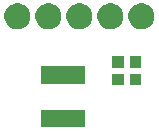
<source format=gbs>
G04 #@! TF.FileFunction,Soldermask,Bot*
%FSLAX46Y46*%
G04 Gerber Fmt 4.6, Leading zero omitted, Abs format (unit mm)*
G04 Created by KiCad (PCBNEW 4.0.6-e0-6349~53~ubuntu16.04.1) date Tue Jul 11 19:26:18 2017*
%MOMM*%
%LPD*%
G01*
G04 APERTURE LIST*
%ADD10C,0.100000*%
G04 APERTURE END LIST*
D10*
G36*
X150313600Y-108666600D02*
X146600400Y-108666600D01*
X146600400Y-107193400D01*
X150313600Y-107193400D01*
X150313600Y-108666600D01*
X150313600Y-108666600D01*
G37*
G36*
X155126600Y-105121600D02*
X154123400Y-105121600D01*
X154123400Y-104168400D01*
X155126600Y-104168400D01*
X155126600Y-105121600D01*
X155126600Y-105121600D01*
G37*
G36*
X153626600Y-105121600D02*
X152623400Y-105121600D01*
X152623400Y-104168400D01*
X153626600Y-104168400D01*
X153626600Y-105121600D01*
X153626600Y-105121600D01*
G37*
G36*
X150313600Y-104983600D02*
X146600400Y-104983600D01*
X146600400Y-103510400D01*
X150313600Y-103510400D01*
X150313600Y-104983600D01*
X150313600Y-104983600D01*
G37*
G36*
X153626600Y-103621600D02*
X152623400Y-103621600D01*
X152623400Y-102668400D01*
X153626600Y-102668400D01*
X153626600Y-103621600D01*
X153626600Y-103621600D01*
G37*
G36*
X155126600Y-103621600D02*
X154123400Y-103621600D01*
X154123400Y-102668400D01*
X155126600Y-102668400D01*
X155126600Y-103621600D01*
X155126600Y-103621600D01*
G37*
G36*
X155240653Y-98169636D02*
X155452180Y-98213057D01*
X155651241Y-98296734D01*
X155830261Y-98417485D01*
X155982418Y-98570709D01*
X156101915Y-98750565D01*
X156184202Y-98950207D01*
X156225925Y-99160927D01*
X156225925Y-99160955D01*
X156226138Y-99162033D01*
X156222694Y-99408671D01*
X156222451Y-99409739D01*
X156222451Y-99409769D01*
X156174859Y-99619244D01*
X156087031Y-99816510D01*
X155962558Y-99992961D01*
X155806183Y-100141875D01*
X155623865Y-100257578D01*
X155422538Y-100335667D01*
X155209886Y-100373163D01*
X154993997Y-100368642D01*
X154783094Y-100322271D01*
X154585220Y-100235823D01*
X154407902Y-100112583D01*
X154257904Y-99957255D01*
X154140927Y-99775743D01*
X154061436Y-99574970D01*
X154022455Y-99362583D01*
X154025470Y-99146672D01*
X154070366Y-98935451D01*
X154155434Y-98736975D01*
X154277432Y-98558802D01*
X154431709Y-98407721D01*
X154612398Y-98289482D01*
X154812608Y-98208592D01*
X155024722Y-98168129D01*
X155240653Y-98169636D01*
X155240653Y-98169636D01*
G37*
G36*
X152615653Y-98169636D02*
X152827180Y-98213057D01*
X153026241Y-98296734D01*
X153205261Y-98417485D01*
X153357418Y-98570709D01*
X153476915Y-98750565D01*
X153559202Y-98950207D01*
X153600925Y-99160927D01*
X153600925Y-99160955D01*
X153601138Y-99162033D01*
X153597694Y-99408671D01*
X153597451Y-99409739D01*
X153597451Y-99409769D01*
X153549859Y-99619244D01*
X153462031Y-99816510D01*
X153337558Y-99992961D01*
X153181183Y-100141875D01*
X152998865Y-100257578D01*
X152797538Y-100335667D01*
X152584886Y-100373163D01*
X152368997Y-100368642D01*
X152158094Y-100322271D01*
X151960220Y-100235823D01*
X151782902Y-100112583D01*
X151632904Y-99957255D01*
X151515927Y-99775743D01*
X151436436Y-99574970D01*
X151397455Y-99362583D01*
X151400470Y-99146672D01*
X151445366Y-98935451D01*
X151530434Y-98736975D01*
X151652432Y-98558802D01*
X151806709Y-98407721D01*
X151987398Y-98289482D01*
X152187608Y-98208592D01*
X152399722Y-98168129D01*
X152615653Y-98169636D01*
X152615653Y-98169636D01*
G37*
G36*
X149990653Y-98169636D02*
X150202180Y-98213057D01*
X150401241Y-98296734D01*
X150580261Y-98417485D01*
X150732418Y-98570709D01*
X150851915Y-98750565D01*
X150934202Y-98950207D01*
X150975925Y-99160927D01*
X150975925Y-99160955D01*
X150976138Y-99162033D01*
X150972694Y-99408671D01*
X150972451Y-99409739D01*
X150972451Y-99409769D01*
X150924859Y-99619244D01*
X150837031Y-99816510D01*
X150712558Y-99992961D01*
X150556183Y-100141875D01*
X150373865Y-100257578D01*
X150172538Y-100335667D01*
X149959886Y-100373163D01*
X149743997Y-100368642D01*
X149533094Y-100322271D01*
X149335220Y-100235823D01*
X149157902Y-100112583D01*
X149007904Y-99957255D01*
X148890927Y-99775743D01*
X148811436Y-99574970D01*
X148772455Y-99362583D01*
X148775470Y-99146672D01*
X148820366Y-98935451D01*
X148905434Y-98736975D01*
X149027432Y-98558802D01*
X149181709Y-98407721D01*
X149362398Y-98289482D01*
X149562608Y-98208592D01*
X149774722Y-98168129D01*
X149990653Y-98169636D01*
X149990653Y-98169636D01*
G37*
G36*
X147365653Y-98169636D02*
X147577180Y-98213057D01*
X147776241Y-98296734D01*
X147955261Y-98417485D01*
X148107418Y-98570709D01*
X148226915Y-98750565D01*
X148309202Y-98950207D01*
X148350925Y-99160927D01*
X148350925Y-99160955D01*
X148351138Y-99162033D01*
X148347694Y-99408671D01*
X148347451Y-99409739D01*
X148347451Y-99409769D01*
X148299859Y-99619244D01*
X148212031Y-99816510D01*
X148087558Y-99992961D01*
X147931183Y-100141875D01*
X147748865Y-100257578D01*
X147547538Y-100335667D01*
X147334886Y-100373163D01*
X147118997Y-100368642D01*
X146908094Y-100322271D01*
X146710220Y-100235823D01*
X146532902Y-100112583D01*
X146382904Y-99957255D01*
X146265927Y-99775743D01*
X146186436Y-99574970D01*
X146147455Y-99362583D01*
X146150470Y-99146672D01*
X146195366Y-98935451D01*
X146280434Y-98736975D01*
X146402432Y-98558802D01*
X146556709Y-98407721D01*
X146737398Y-98289482D01*
X146937608Y-98208592D01*
X147149722Y-98168129D01*
X147365653Y-98169636D01*
X147365653Y-98169636D01*
G37*
G36*
X144740653Y-98169636D02*
X144952180Y-98213057D01*
X145151241Y-98296734D01*
X145330261Y-98417485D01*
X145482418Y-98570709D01*
X145601915Y-98750565D01*
X145684202Y-98950207D01*
X145725925Y-99160927D01*
X145725925Y-99160955D01*
X145726138Y-99162033D01*
X145722694Y-99408671D01*
X145722451Y-99409739D01*
X145722451Y-99409769D01*
X145674859Y-99619244D01*
X145587031Y-99816510D01*
X145462558Y-99992961D01*
X145306183Y-100141875D01*
X145123865Y-100257578D01*
X144922538Y-100335667D01*
X144709886Y-100373163D01*
X144493997Y-100368642D01*
X144283094Y-100322271D01*
X144085220Y-100235823D01*
X143907902Y-100112583D01*
X143757904Y-99957255D01*
X143640927Y-99775743D01*
X143561436Y-99574970D01*
X143522455Y-99362583D01*
X143525470Y-99146672D01*
X143570366Y-98935451D01*
X143655434Y-98736975D01*
X143777432Y-98558802D01*
X143931709Y-98407721D01*
X144112398Y-98289482D01*
X144312608Y-98208592D01*
X144524722Y-98168129D01*
X144740653Y-98169636D01*
X144740653Y-98169636D01*
G37*
M02*

</source>
